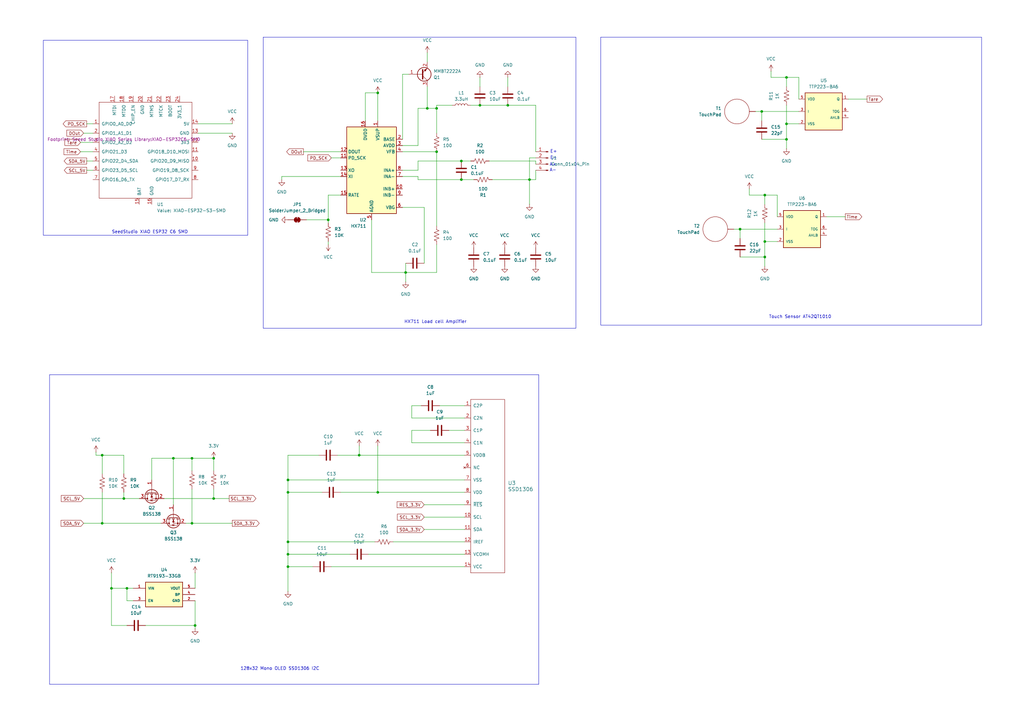
<source format=kicad_sch>
(kicad_sch (version 20250114) (generator "eeschema") (generator_version "9.0")
  (paper "A3")
  (title_block (title "Weighing Scale Schematic") (company "MeepDong"))
  (lib_symbols
    (symbol "0my_project:TouchPad" (pin_numbers (hide yes)) (pin_names (offset 1.016) (hide yes))
      (property "Reference" "T" (at -1.27 2.54 0))
      (property "Value" "TouchPad" (at 0 0 0))
      (symbol "TouchPad_0_1"
        (circle (center 0 0) (radius 5.08))
      )
      (symbol "TouchPad_1_1"
        (pin passive line (at -7.62 0 0) (length 2.54) (name "Pad") (number "1"))
      )
    )
    (symbol "Analog_ADC:HX711"
      (property "Reference" "U" (at 5.08 21.59 0))
      (property "Value" "HX711" (at 7.62 19.05 0))
      (symbol "HX711_0_1"
        (rectangle (start -10.16 17.78) (end 10.16 -17.78) (stroke (width 0.254)) (fill (type background)))
      )
      (symbol "HX711_1_1"
        (pin passive line (at -12.7 12.7 0) (length 2.54) (name "BASE") (number "2"))
        (pin power_in line (at -12.7 10.16 0) (length 2.54) (name "AVDD") (number "3"))
        (pin input line (at -12.7 7.62 0) (length 2.54) (name "VFB") (number "4"))
        (pin input line (at -12.7 0 0) (length 2.54) (name "INA+") (number "8"))
        (pin input line (at -12.7 -2.54 0) (length 2.54) (name "INA-") (number "7"))
        (pin input line (at -12.7 -7.62 0) (length 2.54) (name "INB+") (number "10"))
        (pin input line (at -12.7 -10.16 0) (length 2.54) (name "INB-") (number "9"))
        (pin passive line (at -12.7 -15.24 0) (length 2.54) (name "VBG") (number "6"))
        (pin power_in line (at -2.54 20.32 270) (length 2.54) (name "VSUP") (number "1"))
        (pin power_in line (at 0 -20.32 90) (length 2.54) (name "AGND") (number "5"))
        (pin power_in line (at 2.54 20.32 270) (length 2.54) (name "DVDD") (number "16"))
        (pin output line (at 12.7 7.62 180) (length 2.54) (name "DOUT") (number "12"))
        (pin input line (at 12.7 5.08 180) (length 2.54) (name "PD_SCK") (number "11"))
        (pin passive line (at 12.7 0 180) (length 2.54) (name "XO") (number "13"))
        (pin passive line (at 12.7 -2.54 180) (length 2.54) (name "XI") (number "14"))
        (pin input line (at 12.7 -10.16 180) (length 2.54) (name "RATE") (number "15"))
      )
    )
    (symbol "Connector:Conn_01x04_Pin" (pin_names (offset 1.016) (hide yes))
      (property "Reference" "J" (at 0 5.08 0))
      (property "Value" "Conn_01x04_Pin" (at 0 -7.62 0))
      (symbol "Conn_01x04_Pin_1_1"
        (rectangle (start 0.8636 2.667) (end 0 2.413) (stroke (width 0.1524)) (fill (type outline)))
        (rectangle (start 0.8636 0.127) (end 0 -0.127) (stroke (width 0.1524)) (fill (type outline)))
        (rectangle (start 0.8636 -2.413) (end 0 -2.667) (stroke (width 0.1524)) (fill (type outline)))
        (rectangle (start 0.8636 -4.953) (end 0 -5.207) (stroke (width 0.1524)) (fill (type outline)))
        (polyline (pts (xy 1.27 2.54) (xy 0.8636 2.54)) (stroke (width 0.1524)))
        (polyline (pts (xy 1.27 0) (xy 0.8636 0)) (stroke (width 0.1524)))
        (polyline (pts (xy 1.27 -2.54) (xy 0.8636 -2.54)) (stroke (width 0.1524)))
        (polyline (pts (xy 1.27 -5.08) (xy 0.8636 -5.08)) (stroke (width 0.1524)))
        (pin passive line (at 5.08 2.54 180) (length 3.81) (name "Pin_1") (number "1"))
        (pin passive line (at 5.08 0 180) (length 3.81) (name "Pin_2") (number "2"))
        (pin passive line (at 5.08 -2.54 180) (length 3.81) (name "Pin_3") (number "3"))
        (pin passive line (at 5.08 -5.08 180) (length 3.81) (name "Pin_4") (number "4"))
      )
    )
    (symbol "Device:C" (pin_numbers (hide yes)) (pin_names (offset 0.254))
      (property "Reference" "C" (at 0.635 2.54 0))
      (property "Value" "C" (at 0.635 -2.54 0))
      (symbol "C_0_1"
        (polyline (pts (xy -2.032 0.762) (xy 2.032 0.762)) (stroke (width 0.508)))
        (polyline (pts (xy -2.032 -0.762) (xy 2.032 -0.762)) (stroke (width 0.508)))
      )
      (symbol "C_1_1"
        (pin passive line (at 0 3.81 270) (length 2.794) (name "~") (number "1"))
        (pin passive line (at 0 -3.81 90) (length 2.794) (name "~") (number "2"))
      )
    )
    (symbol "Device:L" (pin_numbers (hide yes)) (pin_names (offset 1.016) (hide yes))
      (property "Reference" "L" (at -1.27 0 90))
      (property "Value" "L" (at 1.905 0 90))
      (symbol "L_0_1"
        (arc (start 0 2.54) (mid 0.6323 1.905) (end 0 1.27))
        (arc (start 0 1.27) (mid 0.6323 0.635) (end 0 0))
        (arc (start 0 0) (mid 0.6323 -0.635) (end 0 -1.27))
        (arc (start 0 -1.27) (mid 0.6323 -1.905) (end 0 -2.54))
      )
      (symbol "L_1_1"
        (pin passive line (at 0 3.81 270) (length 1.27) (name "1") (number "1"))
        (pin passive line (at 0 -3.81 90) (length 1.27) (name "2") (number "2"))
      )
    )
    (symbol "Device:R_US" (pin_numbers (hide yes)) (pin_names (offset 0))
      (property "Reference" "R" (at 2.54 0 90))
      (property "Value" "R_US" (at -2.54 0 90))
      (symbol "R_US_0_1"
        (polyline (pts (xy 0 2.286) (xy 0 2.54)))
        (polyline (pts (xy 0 2.286) (xy 1.016 1.905) (xy 0 1.524) (xy -1.016 1.143) (xy 0 0.762)))
        (polyline (pts (xy 0 0.762) (xy 1.016 0.381) (xy 0 0) (xy -1.016 -0.381) (xy 0 -0.762)))
        (polyline (pts (xy 0 -0.762) (xy 1.016 -1.143) (xy 0 -1.524) (xy -1.016 -1.905) (xy 0 -2.286)))
        (polyline (pts (xy 0 -2.286) (xy 0 -2.54)))
      )
      (symbol "R_US_1_1"
        (pin passive line (at 0 3.81 270) (length 1.27) (name "~") (number "1"))
        (pin passive line (at 0 -3.81 90) (length 1.27) (name "~") (number "2"))
      )
    )
    (symbol "Jumper:SolderJumper_2_Bridged" (pin_numbers (hide yes)) (pin_names (offset 0) (hide yes)) (in_bom no)
      (property "Reference" "JP" (at 0 2.032 0))
      (property "Value" "SolderJumper_2_Bridged" (at 0 -2.54 0))
      (symbol "SolderJumper_2_Bridged_0_1"
        (rectangle (start -0.508 0.508) (end 0.508 -0.508) (fill (type outline)))
        (polyline (pts (xy -0.254 1.016) (xy -0.254 -1.016)))
        (arc (start -0.254 -1.016) (mid -1.2656 0) (end -0.254 1.016))
        (arc (start -0.254 -1.016) (mid -1.2656 0) (end -0.254 1.016) (fill (type outline)))
        (arc (start 0.254 1.016) (mid 1.2656 0) (end 0.254 -1.016))
        (arc (start 0.254 1.016) (mid 1.2656 0) (end 0.254 -1.016) (fill (type outline)))
        (polyline (pts (xy 0.254 1.016) (xy 0.254 -1.016)))
      )
      (symbol "SolderJumper_2_Bridged_1_1"
        (pin passive line (at -3.81 0 0) (length 2.54) (name "A") (number "1"))
        (pin passive line (at 3.81 0 180) (length 2.54) (name "B") (number "2"))
      )
    )
    (symbol "RT9193-33GB:RT9193-33GB" (pin_names (offset 1.016))
      (property "Reference" "U" (at -6.3582 6.3582 0))
      (property "Value" "RT9193-33GB" (at -6.3733 -8.9227 0))
      (symbol "RT9193-33GB_0_0"
        (rectangle (start -7.62 -5.08) (end 7.62 5.08) (stroke (width 0.254)) (fill (type background)))
        (pin input line (at -12.7 2.54 0) (length 5.08) (name "VIN") (number "1"))
        (pin input line (at -12.7 -2.54 0) (length 5.08) (name "EN") (number "3"))
        (pin output line (at 12.7 2.54 180) (length 5.08) (name "VOUT") (number "5"))
        (pin passive line (at 12.7 0 180) (length 5.08) (name "BP") (number "4"))
        (pin power_in line (at 12.7 -2.54 180) (length 5.08) (name "GND") (number "2"))
      )
    )
    (symbol "SSD1306_OLED-0.91-128x32:SSD1306" (pin_names (offset 1.016))
      (property "Reference" "U" (at 34.29 15.24 0))
      (property "Value" "SSD1306" (at -34.29 15.24 0))
      (symbol "SSD1306_0_1"
        (rectangle (start -35.56 16.51) (end 35.56 2.54))
      )
      (symbol "SSD1306_1_1"
        (pin input line (at -33.02 0 90) (length 2.54) (name "C2P") (number "1"))
        (pin input line (at -27.94 0 90) (length 2.54) (name "C2N") (number "2"))
        (pin input line (at -22.86 0 90) (length 2.54) (name "C1P") (number "3"))
        (pin input line (at -17.78 0 90) (length 2.54) (name "C1N") (number "4"))
        (pin input line (at -12.7 0 90) (length 2.54) (name "VDDB") (number "5"))
        (pin no_connect line (at -7.62 0 90) (length 2.54) (name "NC") (number "6"))
        (pin output line (at -2.54 0 90) (length 2.54) (name "VSS") (number "7"))
        (pin input line (at 2.54 0 90) (length 2.54) (name "VDD") (number "8"))
        (pin input line (at 7.62 0 90) (length 2.54) (name "~{RES}") (number "9"))
        (pin input line (at 12.7 0 90) (length 2.54) (name "SCL") (number "10"))
        (pin input line (at 17.78 0 90) (length 2.54) (name "SDA") (number "11"))
        (pin input line (at 22.86 0 90) (length 2.54) (name "IREF") (number "12"))
        (pin input line (at 27.94 0 90) (length 2.54) (name "VCOMH") (number "13"))
        (pin input line (at 33.02 0 90) (length 2.54) (name "VCC") (number "14"))
      )
    )
    (symbol "Seeed_Studio_XIAO_Series:XIAO-ESP32-C6-SMD" (pin_names (offset 1.016))
      (property "Reference" "U" (at -18.542 23.114 0))
      (property "Value" "XIAO-ESP32-S3-SMD" (at -8.382 21.336 0))
      (symbol "XIAO-ESP32-C6-SMD_0_1"
        (rectangle (start 19.05 -19.05) (end -19.05 20.32))
      )
      (symbol "XIAO-ESP32-C6-SMD_1_1"
        (pin passive line (at -21.59 11.43 0) (length 2.54) (name "GPIO0_A0_D0") (number "1"))
        (pin passive line (at -21.59 7.62 0) (length 2.54) (name "GPIO1_A1_D1") (number "2"))
        (pin passive line (at -21.59 3.81 0) (length 2.54) (name "GPIO2_A2_D2") (number "3"))
        (pin passive line (at -21.59 0 0) (length 2.54) (name "GPIO21_D3") (number "4"))
        (pin passive line (at -21.59 -3.81 0) (length 2.54) (name "GPIO22_D4_SDA") (number "5"))
        (pin passive line (at -21.59 -7.62 0) (length 2.54) (name "GPIO23_D5_SCL") (number "6"))
        (pin passive line (at -21.59 -11.43 0) (length 2.54) (name "GPIO16_D6_TX") (number "7"))
        (pin passive line (at -12.7 22.86 270) (length 2.54) (name "MTDI") (number "17"))
        (pin passive line (at -8.89 22.86 270) (length 2.54) (name "MTDO") (number "18"))
        (pin passive line (at -5.08 22.86 270) (length 2.54) (name "CHIP_EN") (number "19"))
        (pin passive line (at -2.54 -21.59 90) (length 2.54) (name "BAT") (number "15"))
        (pin passive line (at -1.27 22.86 270) (length 2.54) (name "GND") (number "20"))
        (pin passive line (at 2.54 22.86 270) (length 2.54) (name "MTMS") (number "21"))
        (pin passive line (at 2.54 -21.59 90) (length 2.54) (name "GND") (number "16"))
        (pin passive line (at 6.35 22.86 270) (length 2.54) (name "MTCK") (number "22"))
        (pin passive line (at 10.16 22.86 270) (length 2.54) (name "BOOT") (number "23"))
        (pin passive line (at 13.97 22.86 270) (length 2.54) (name "3V3_1") (number "24"))
        (pin passive line (at 21.59 11.43 180) (length 2.54) (name "5V") (number "14"))
        (pin passive line (at 21.59 7.62 180) (length 2.54) (name "GND") (number "13"))
        (pin passive line (at 21.59 3.81 180) (length 2.54) (name "3V3") (number "12"))
        (pin passive line (at 21.59 0 180) (length 2.54) (name "GPIO18_D10_MOSI") (number "11"))
        (pin passive line (at 21.59 -3.81 180) (length 2.54) (name "GPIO20_D9_MISO") (number "10"))
        (pin passive line (at 21.59 -7.62 180) (length 2.54) (name "GPIO19_D8_SCK") (number "9"))
        (pin passive line (at 21.59 -11.43 180) (length 2.54) (name "GPIO17_D7_RX") (number "8"))
      )
    )
    (symbol "TTP223-BA6:TTP223-BA6" (pin_names (offset 1.016))
      (property "Reference" "U" (at -7.62 8.128 0))
      (property "Value" "TTP223-BA6" (at -7.62 -9.906 0))
      (symbol "TTP223-BA6_0_0"
        (rectangle (start -7.62 -7.62) (end 7.62 7.62) (stroke (width 0.254)) (fill (type background)))
        (pin power_in line (at -10.16 5.08 0) (length 2.54) (name "VDD") (number "5"))
        (pin bidirectional line (at -10.16 0 0) (length 2.54) (name "I") (number "3"))
        (pin power_in line (at -10.16 -5.08 0) (length 2.54) (name "VSS") (number "2"))
        (pin output line (at 10.16 5.08 180) (length 2.54) (name "Q") (number "1"))
        (pin input line (at 10.16 0 180) (length 2.54) (name "TOG") (number "6"))
        (pin input line (at 10.16 -2.54 180) (length 2.54) (name "AHLB") (number "4"))
      )
    )
    (symbol "Transistor_BJT:MMBT2222A" (pin_names (offset 0) (hide yes))
      (property "Reference" "Q" (at 5.08 1.905 0))
      (property "Value" "MMBT2222A" (at 5.08 0 0))
      (symbol "MMBT2222A_0_1"
        (polyline (pts (xy -2.54 0) (xy 0.635 0)))
        (polyline (pts (xy 0.635 1.905) (xy 0.635 -1.905)) (stroke (width 0.508)))
        (circle (center 1.27 0) (radius 2.8194) (stroke (width 0.254)))
      )
      (symbol "MMBT2222A_1_1"
        (polyline (pts (xy 0.635 0.635) (xy 2.54 2.54)))
        (polyline (pts (xy 0.635 -0.635) (xy 2.54 -2.54)))
        (polyline (pts (xy 1.27 -1.778) (xy 1.778 -1.27) (xy 2.286 -2.286) (xy 1.27 -1.778)) (fill (type outline)))
        (pin input line (at -5.08 0 0) (length 2.54) (name "B") (number "1"))
        (pin passive line (at 2.54 5.08 270) (length 2.54) (name "C") (number "3"))
        (pin passive line (at 2.54 -5.08 90) (length 2.54) (name "E") (number "2"))
      )
    )
    (symbol "Transistor_FET:BSS138" (pin_names (offset 0) (hide yes))
      (property "Reference" "Q" (at 5.08 1.905 0))
      (property "Value" "BSS138" (at 5.08 0 0))
      (symbol "BSS138_0_1"
        (polyline (pts (xy 0.254 1.905) (xy 0.254 -1.905)) (stroke (width 0.254)))
        (polyline (pts (xy 0.254 0) (xy -2.54 0)))
        (polyline (pts (xy 0.762 2.286) (xy 0.762 1.27)) (stroke (width 0.254)))
        (polyline (pts (xy 0.762 0.508) (xy 0.762 -0.508)) (stroke (width 0.254)))
        (polyline (pts (xy 0.762 -1.27) (xy 0.762 -2.286)) (stroke (width 0.254)))
        (polyline (pts (xy 0.762 -1.778) (xy 3.302 -1.778) (xy 3.302 1.778) (xy 0.762 1.778)))
        (polyline (pts (xy 1.016 0) (xy 2.032 0.381) (xy 2.032 -0.381) (xy 1.016 0)) (fill (type outline)))
        (circle (center 1.651 0) (radius 2.794) (stroke (width 0.254)))
        (polyline (pts (xy 2.54 2.54) (xy 2.54 1.778)))
        (circle (center 2.54 1.778) (radius 0.254) (fill (type outline)))
        (circle (center 2.54 -1.778) (radius 0.254) (fill (type outline)))
        (polyline (pts (xy 2.54 -2.54) (xy 2.54 0) (xy 0.762 0)))
        (polyline (pts (xy 2.921 0.381) (xy 3.683 0.381)))
        (polyline (pts (xy 3.302 0.381) (xy 2.921 -0.254) (xy 3.683 -0.254) (xy 3.302 0.381)))
      )
      (symbol "BSS138_1_1"
        (pin input line (at -5.08 0 0) (length 2.54) (name "G") (number "1"))
        (pin passive line (at 2.54 5.08 270) (length 2.54) (name "D") (number "3"))
        (pin passive line (at 2.54 -5.08 90) (length 2.54) (name "S") (number "2"))
      )
    )
    (symbol "power:GND" (power) (pin_numbers (hide yes)) (pin_names (offset 0) (hide yes))
      (property "Value" "GND" (at 0 -3.81 0))
      (symbol "GND_0_1"
        (polyline (pts (xy 0 0) (xy 0 -1.27) (xy 1.27 -1.27) (xy 0 -2.54) (xy -1.27 -1.27) (xy 0 -1.27)))
      )
      (symbol "GND_1_1"
        (pin power_in line (at 0 0 270) (length 0) (name "~") (number "1"))
      )
    )
    (symbol "power:VCC" (power) (pin_numbers (hide yes)) (pin_names (offset 0) (hide yes))
      (property "Value" "VCC" (at 0 3.556 0))
      (symbol "VCC_0_1"
        (polyline (pts (xy -0.762 1.27) (xy 0 2.54)))
        (polyline (pts (xy 0 2.54) (xy 0.762 1.27)))
        (polyline (pts (xy 0 0) (xy 0 2.54)))
      )
      (symbol "VCC_1_1"
        (pin power_in line (at 0 0 90) (length 0) (name "~") (number "1"))
      )
    )
  )
  (rectangle (start 17.78 16.51) (end 101.6 96.52))
  (rectangle (start 246.38 15.24) (end 402.59 133.35))
  (rectangle (start 107.95 15.24) (end 236.22 134.62))
  (rectangle (start 20.32 153.67) (end 220.98 280.67))
  (text "HX711 Load cell Amplifier " (at 179.07 132.08 0) (effects (font (size 1.27 1.27))))
  (text "A+\n\n" (at 226.822 68.58 0) (effects (font (size 1.27 1.27))))
  (text "SeedStudio XIAO ESP32 C6 SMD\n" (at 61.468 95.25 0) (effects (font (size 1.27 1.27))))
  (text "E-\n" (at 227.076 64.77 0) (effects (font (size 1.27 1.27))))
  (text "E+" (at 227.076 62.23 0) (effects (font (size 1.27 1.27))))
  (text "Touch Sensor AT42QT1010\n" (at 328.168 130.048 0) (effects (font (size 1.27 1.27))))
  (text "128x32 Mono OLED SSD1306 I2C\n" (at 114.808 274.32 0) (effects (font (size 1.27 1.27))))
  (text "A-" (at 226.822 69.85 0) (effects (font (size 1.27 1.27))))
  (junction (at 154.94 38.1))
  (junction (at 78.74 187.96))
  (junction (at 118.11 201.93))
  (junction (at 303.53 93.98))
  (junction (at 50.8 204.47))
  (junction (at 78.74 214.63))
  (junction (at 322.58 50.8))
  (junction (at 322.58 57.15))
  (junction (at 87.63 204.47))
  (junction (at 118.11 196.85))
  (junction (at 118.11 232.41))
  (junction (at 118.11 227.33))
  (junction (at 52.07 241.3))
  (junction (at 217.17 73.66))
  (junction (at 87.63 187.96))
  (junction (at 313.69 105.41))
  (junction (at 80.01 256.54))
  (junction (at 118.11 222.25))
  (junction (at 154.94 201.93))
  (junction (at 189.23 73.66))
  (junction (at 208.28 43.18))
  (junction (at 147.32 186.69))
  (junction (at 71.12 187.96))
  (junction (at 313.69 99.06))
  (junction (at 45.72 241.3))
  (junction (at 134.62 90.17))
  (junction (at 312.42 45.72))
  (junction (at 313.69 80.01))
  (junction (at 41.91 214.63))
  (junction (at 179.07 62.23))
  (junction (at 189.23 66.04))
  (junction (at 166.37 111.76))
  (junction (at 179.07 44.45))
  (junction (at 196.85 43.18))
  (junction (at 175.26 44.45))
  (junction (at 322.58 31.75))
  (junction (at 41.91 186.69))
  (wire (pts (xy 151.13 227.33) (xy 190.5 227.33)))
  (wire (pts (xy 208.28 43.18) (xy 219.71 43.18)))
  (wire (pts (xy 171.45 66.04) (xy 189.23 66.04)))
  (wire (pts (xy 34.29 214.63) (xy 41.91 214.63)))
  (wire (pts (xy 80.01 234.95) (xy 80.01 241.3)))
  (wire (pts (xy 179.07 100.33) (xy 179.07 111.76)))
  (wire (pts (xy 313.69 80.01) (xy 307.34 80.01)))
  (wire (pts (xy 313.69 80.01) (xy 313.69 83.82)))
  (wire (pts (xy 52.07 246.38) (xy 52.07 241.3)))
  (wire (pts (xy 322.58 50.8) (xy 322.58 57.15)))
  (wire (pts (xy 168.91 166.37) (xy 172.72 166.37)))
  (wire (pts (xy 33.02 58.42) (xy 38.1 58.42)))
  (wire (pts (xy 318.77 80.01) (xy 313.69 80.01)))
  (wire (pts (xy 45.72 256.54) (xy 45.72 241.3)))
  (wire (pts (xy 179.07 62.23) (xy 165.1 62.23)))
  (wire (pts (xy 80.01 256.54) (xy 80.01 257.81)))
  (wire (pts (xy 139.7 80.01) (xy 134.62 80.01)))
  (wire (pts (xy 312.42 45.72) (xy 312.42 49.53)))
  (wire (pts (xy 118.11 227.33) (xy 143.51 227.33)))
  (wire (pts (xy 35.56 50.8) (xy 38.1 50.8)))
  (wire (pts (xy 118.11 196.85) (xy 190.5 196.85)))
  (wire (pts (xy 45.72 241.3) (xy 52.07 241.3)))
  (wire (pts (xy 307.34 80.01) (xy 307.34 77.47)))
  (wire (pts (xy 179.07 92.71) (xy 179.07 62.23)))
  (wire (pts (xy 196.85 43.18) (xy 208.28 43.18)))
  (wire (pts (xy 219.71 43.18) (xy 219.71 62.23)))
  (wire (pts (xy 165.1 57.15) (xy 165.1 30.48)))
  (wire (pts (xy 135.89 232.41) (xy 190.5 232.41)))
  (wire (pts (xy 322.58 43.18) (xy 322.58 50.8)))
  (wire (pts (xy 118.11 196.85) (xy 118.11 201.93)))
  (wire (pts (xy 300.99 93.98) (xy 303.53 93.98)))
  (wire (pts (xy 219.71 64.77) (xy 217.17 64.77)))
  (wire (pts (xy 179.07 111.76) (xy 166.37 111.76)))
  (wire (pts (xy 71.12 187.96) (xy 78.74 187.96)))
  (wire (pts (xy 166.37 107.95) (xy 166.37 111.76)))
  (wire (pts (xy 78.74 214.63) (xy 76.2 214.63)))
  (wire (pts (xy 175.26 21.59) (xy 175.26 25.4)))
  (wire (pts (xy 152.4 90.17) (xy 152.4 111.76)))
  (wire (pts (xy 71.12 187.96) (xy 62.23 187.96)))
  (wire (pts (xy 80.01 246.38) (xy 80.01 256.54)))
  (wire (pts (xy 219.71 73.66) (xy 219.71 69.85)))
  (wire (pts (xy 179.07 44.45) (xy 179.07 54.61)))
  (wire (pts (xy 173.99 207.01) (xy 190.5 207.01)))
  (wire (pts (xy 34.29 204.47) (xy 50.8 204.47)))
  (wire (pts (xy 124.46 62.23) (xy 139.7 62.23)))
  (wire (pts (xy 118.11 201.93) (xy 118.11 222.25)))
  (wire (pts (xy 78.74 200.66) (xy 78.74 214.63)))
  (wire (pts (xy 327.66 31.75) (xy 322.58 31.75)))
  (wire (pts (xy 152.4 111.76) (xy 166.37 111.76)))
  (wire (pts (xy 168.91 166.37) (xy 168.91 171.45)))
  (wire (pts (xy 189.23 73.66) (xy 194.31 73.66)))
  (wire (pts (xy 200.66 66.04) (xy 219.71 66.04)))
  (wire (pts (xy 139.7 72.39) (xy 115.57 72.39)))
  (wire (pts (xy 173.99 85.09) (xy 165.1 85.09)))
  (wire (pts (xy 62.23 187.96) (xy 62.23 196.85)))
  (wire (pts (xy 33.02 62.23) (xy 38.1 62.23)))
  (wire (pts (xy 166.37 111.76) (xy 166.37 115.57)))
  (wire (pts (xy 189.23 66.04) (xy 193.04 66.04)))
  (wire (pts (xy 147.32 186.69) (xy 190.5 186.69)))
  (wire (pts (xy 154.94 201.93) (xy 139.7 201.93)))
  (wire (pts (xy 118.11 232.41) (xy 128.27 232.41)))
  (wire (pts (xy 118.11 232.41) (xy 118.11 242.57)))
  (wire (pts (xy 171.45 44.45) (xy 175.26 44.45)))
  (wire (pts (xy 52.07 241.3) (xy 54.61 241.3)))
  (wire (pts (xy 168.91 171.45) (xy 190.5 171.45)))
  (wire (pts (xy 35.56 69.85) (xy 38.1 69.85)))
  (wire (pts (xy 118.11 186.69) (xy 118.11 196.85)))
  (wire (pts (xy 318.77 80.01) (xy 318.77 88.9)))
  (wire (pts (xy 196.85 31.75) (xy 196.85 35.56)))
  (wire (pts (xy 327.66 50.8) (xy 322.58 50.8)))
  (wire (pts (xy 118.11 222.25) (xy 118.11 227.33)))
  (wire (pts (xy 217.17 73.66) (xy 201.93 73.66)))
  (wire (pts (xy 41.91 214.63) (xy 66.04 214.63)))
  (wire (pts (xy 87.63 187.96) (xy 78.74 187.96)))
  (wire (pts (xy 149.86 38.1) (xy 149.86 49.53)))
  (wire (pts (xy 179.07 43.18) (xy 179.07 44.45)))
  (wire (pts (xy 208.28 31.75) (xy 208.28 35.56)))
  (wire (pts (xy 165.1 72.39) (xy 171.45 72.39)))
  (wire (pts (xy 54.61 246.38) (xy 52.07 246.38)))
  (wire (pts (xy 87.63 187.96) (xy 87.63 193.04)))
  (wire (pts (xy 171.45 73.66) (xy 189.23 73.66)))
  (wire (pts (xy 327.66 31.75) (xy 327.66 40.64)))
  (wire (pts (xy 316.23 31.75) (xy 316.23 29.21)))
  (wire (pts (xy 95.25 214.63) (xy 78.74 214.63)))
  (wire (pts (xy 339.09 88.9) (xy 346.71 88.9)))
  (wire (pts (xy 217.17 64.77) (xy 217.17 73.66)))
  (wire (pts (xy 176.53 176.53) (xy 168.91 176.53)))
  (wire (pts (xy 154.94 49.53) (xy 154.94 38.1)))
  (wire (pts (xy 154.94 182.88) (xy 154.94 201.93)))
  (wire (pts (xy 173.99 212.09) (xy 190.5 212.09)))
  (wire (pts (xy 322.58 31.75) (xy 322.58 35.56)))
  (wire (pts (xy 50.8 204.47) (xy 57.15 204.47)))
  (wire (pts (xy 147.32 182.88) (xy 147.32 186.69)))
  (wire (pts (xy 59.69 256.54) (xy 80.01 256.54)))
  (wire (pts (xy 173.99 217.17) (xy 190.5 217.17)))
  (wire (pts (xy 193.04 43.18) (xy 196.85 43.18)))
  (wire (pts (xy 41.91 186.69) (xy 50.8 186.69)))
  (wire (pts (xy 217.17 73.66) (xy 219.71 73.66)))
  (wire (pts (xy 322.58 57.15) (xy 322.58 60.96)))
  (wire (pts (xy 134.62 99.06) (xy 134.62 100.33)))
  (wire (pts (xy 41.91 201.93) (xy 41.91 214.63)))
  (wire (pts (xy 115.57 72.39) (xy 115.57 73.66)))
  (wire (pts (xy 303.53 105.41) (xy 313.69 105.41)))
  (wire (pts (xy 165.1 69.85) (xy 171.45 69.85)))
  (wire (pts (xy 347.98 40.64) (xy 355.6 40.64)))
  (wire (pts (xy 39.37 186.69) (xy 41.91 186.69)))
  (wire (pts (xy 168.91 176.53) (xy 168.91 181.61)))
  (wire (pts (xy 118.11 222.25) (xy 153.67 222.25)))
  (wire (pts (xy 175.26 35.56) (xy 175.26 44.45)))
  (wire (pts (xy 138.43 186.69) (xy 147.32 186.69)))
  (wire (pts (xy 184.15 176.53) (xy 190.5 176.53)))
  (wire (pts (xy 71.12 187.96) (xy 71.12 207.01)))
  (wire (pts (xy 313.69 91.44) (xy 313.69 99.06)))
  (wire (pts (xy 312.42 45.72) (xy 327.66 45.72)))
  (wire (pts (xy 165.1 30.48) (xy 167.64 30.48)))
  (wire (pts (xy 312.42 57.15) (xy 322.58 57.15)))
  (wire (pts (xy 50.8 201.93) (xy 50.8 204.47)))
  (wire (pts (xy 41.91 194.31) (xy 41.91 186.69)))
  (wire (pts (xy 87.63 204.47) (xy 93.98 204.47)))
  (wire (pts (xy 180.34 166.37) (xy 190.5 166.37)))
  (wire (pts (xy 78.74 187.96) (xy 78.74 193.04)))
  (wire (pts (xy 87.63 200.66) (xy 87.63 204.47)))
  (wire (pts (xy 175.26 44.45) (xy 179.07 44.45)))
  (wire (pts (xy 219.71 66.04) (xy 219.71 67.31)))
  (wire (pts (xy 171.45 59.69) (xy 165.1 59.69)))
  (wire (pts (xy 67.31 204.47) (xy 87.63 204.47)))
  (wire (pts (xy 171.45 69.85) (xy 171.45 66.04)))
  (wire (pts (xy 135.89 64.77) (xy 139.7 64.77)))
  (wire (pts (xy 118.11 227.33) (xy 118.11 232.41)))
  (wire (pts (xy 39.37 185.42) (xy 39.37 186.69)))
  (wire (pts (xy 50.8 194.31) (xy 50.8 186.69)))
  (wire (pts (xy 303.53 93.98) (xy 303.53 97.79)))
  (wire (pts (xy 309.88 45.72) (xy 312.42 45.72)))
  (wire (pts (xy 313.69 105.41) (xy 313.69 109.22)))
  (wire (pts (xy 34.29 54.61) (xy 38.1 54.61)))
  (wire (pts (xy 303.53 93.98) (xy 318.77 93.98)))
  (wire (pts (xy 130.81 186.69) (xy 118.11 186.69)))
  (wire (pts (xy 134.62 90.17) (xy 134.62 91.44)))
  (wire (pts (xy 118.11 201.93) (xy 132.08 201.93)))
  (wire (pts (xy 125.73 90.17) (xy 134.62 90.17)))
  (wire (pts (xy 179.07 43.18) (xy 185.42 43.18)))
  (wire (pts (xy 313.69 99.06) (xy 313.69 105.41)))
  (wire (pts (xy 318.77 99.06) (xy 313.69 99.06)))
  (wire (pts (xy 171.45 44.45) (xy 171.45 59.69)))
  (wire (pts (xy 45.72 234.95) (xy 45.72 241.3)))
  (wire (pts (xy 134.62 80.01) (xy 134.62 90.17)))
  (wire (pts (xy 149.86 38.1) (xy 154.94 38.1)))
  (wire (pts (xy 190.5 201.93) (xy 154.94 201.93)))
  (wire (pts (xy 217.17 73.66) (xy 217.17 83.82)))
  (wire (pts (xy 173.99 107.95) (xy 173.99 85.09)))
  (wire (pts (xy 81.28 54.61) (xy 95.25 54.61)))
  (wire (pts (xy 168.91 181.61) (xy 190.5 181.61)))
  (wire (pts (xy 161.29 222.25) (xy 190.5 222.25)))
  (wire (pts (xy 35.56 66.04) (xy 38.1 66.04)))
  (wire (pts (xy 52.07 256.54) (xy 45.72 256.54)))
  (wire (pts (xy 81.28 50.8) (xy 95.25 50.8)))
  (wire (pts (xy 322.58 31.75) (xy 316.23 31.75)))
  (wire (pts (xy 171.45 72.39) (xy 171.45 73.66)))
  (global_label "SDA_5V" (shape output) (at 35.56 66.04 180) (property "Intersheetrefs" "${INTERSHEET_REFS}" (effects (hide yes))))
  (global_label "SCL_5V" (shape input) (at 34.29 204.47 180) (property "Intersheetrefs" "${INTERSHEET_REFS}" (effects (hide yes))))
  (global_label "DOut" (shape input) (at 34.29 54.61 180) (property "Intersheetrefs" "${INTERSHEET_REFS}" (effects (hide yes))))
  (global_label "SCL_5V" (shape output) (at 35.56 69.85 180) (property "Intersheetrefs" "${INTERSHEET_REFS}" (effects (hide yes))))
  (global_label "Time" (shape output) (at 346.71 88.9 0) (property "Intersheetrefs" "${INTERSHEET_REFS}" (effects (hide yes))))
  (global_label "SDA_5V" (shape input) (at 34.29 214.63 180) (property "Intersheetrefs" "${INTERSHEET_REFS}" (effects (hide yes))))
  (global_label "SDA_3.3V" (shape input) (at 173.99 217.17 180) (property "Intersheetrefs" "${INTERSHEET_REFS}" (effects (hide yes))))
  (global_label "SCL_3.3V" (shape input) (at 173.99 212.09 180) (property "Intersheetrefs" "${INTERSHEET_REFS}" (effects (hide yes))))
  (global_label "SDA_3.3V" (shape output) (at 95.25 214.63 0) (property "Intersheetrefs" "${INTERSHEET_REFS}" (effects (hide yes))))
  (global_label "Time" (shape input) (at 33.02 62.23 180) (property "Intersheetrefs" "${INTERSHEET_REFS}" (effects (hide yes))))
  (global_label "PD_SCK" (shape output) (at 35.56 50.8 180) (property "Intersheetrefs" "${INTERSHEET_REFS}" (effects (hide yes))))
  (global_label "RES_3.3V" (shape input) (at 173.99 207.01 180) (property "Intersheetrefs" "${INTERSHEET_REFS}" (effects (hide yes))))
  (global_label "PD_SCK" (shape input) (at 135.89 64.77 180) (property "Intersheetrefs" "${INTERSHEET_REFS}" (effects (hide yes))))
  (global_label "DOut" (shape output) (at 124.46 62.23 180) (property "Intersheetrefs" "${INTERSHEET_REFS}" (effects (hide yes))))
  (global_label "SCL_3.3V" (shape output) (at 93.98 204.47 0) (property "Intersheetrefs" "${INTERSHEET_REFS}" (effects (hide yes))))
  (global_label "Tare" (shape input) (at 33.02 58.42 180) (property "Intersheetrefs" "${INTERSHEET_REFS}" (effects (hide yes))))
  (global_label "Tare" (shape output) (at 355.6 40.64 0) (property "Intersheetrefs" "${INTERSHEET_REFS}" (effects (hide yes))))
  (symbol (lib_id "Device:R_US") (at 322.58 39.37 0) (unit 1)
    (property "Reference" "R11" (at 316.23 39.37 90))
    (property "Value" "1K" (at 318.77 39.37 90))
    (property "Footprint" "Resistor_SMD:R_0402_1005Metric" (effects (hide yes)))
    (property "Description" "Resistor, US symbol" (effects (hide yes)))
  )
  (symbol (lib_id "power:GND") (at 194.31 109.22 0) (unit 1)
    (property "Reference" "#PWR012" (effects (hide yes)))
    (property "Value" "GND" (at 194.31 114.3 0))
    (property "Description" "Power symbol creates a global label with name \"GND\" , ground" (effects (hide yes)))
  )
  (symbol (lib_id "power:VCC") (at 134.62 100.33 180) (unit 1)
    (property "Reference" "#PWR05" (effects (hide yes)))
    (property "Value" "VCC" (at 134.62 105.41 0))
    (property "Description" "Power symbol creates a global label with name \"VCC\"" (effects (hide yes)))
  )
  (symbol (lib_id "power:VCC") (at 154.94 38.1 0) (mirror y) (unit 1)
    (property "Reference" "#PWR01" (effects (hide yes)))
    (property "Value" "VCC" (at 154.94 33.02 0))
    (property "Description" "Power symbol creates a global label with name \"VCC\"" (effects (hide yes)))
  )
  (symbol (lib_id "Device:C") (at 303.53 101.6 0) (unit 1)
    (property "Reference" "C16" (at 307.34 100.3299 0) (effects (justify left)))
    (property "Value" "22pF" (at 307.34 102.87 0) (effects (justify left)))
    (property "Footprint" "Capacitor_SMD:C_0402_1005Metric" (effects (hide yes)))
    (property "Description" "Unpolarized capacitor" (effects (hide yes)))
  )
  (symbol (lib_id "Device:C") (at 135.89 201.93 90) (unit 1)
    (property "Reference" "C13" (at 135.89 194.31 90))
    (property "Value" "1uF" (at 135.89 196.85 90))
    (property "Footprint" "Capacitor_SMD:C_0402_1005Metric" (effects (hide yes)))
    (property "Description" "Unpolarized capacitor" (effects (hide yes)))
  )
  (symbol (lib_id "Device:R_US") (at 198.12 73.66 270) (mirror x) (unit 1)
    (property "Reference" "R1" (at 198.12 80.01 90))
    (property "Value" "100" (at 198.12 77.47 90))
    (property "Footprint" "Resistor_SMD:R_0402_1005Metric" (effects (hide yes)))
    (property "Description" "Resistor, US symbol" (effects (hide yes)))
  )
  (symbol (lib_id "Device:L") (at 189.23 43.18 90) (unit 1)
    (property "Reference" "L1" (at 189.23 38.1 90))
    (property "Value" "3.3uH" (at 189.23 40.64 90))
    (property "Footprint" "Inductor_SMD:L_Coilcraft_XxL4040" (effects (hide yes)))
    (property "Description" "Inductor" (effects (hide yes)))
  )
  (symbol (lib_id "Device:R_US") (at 179.07 96.52 0) (unit 1)
    (property "Reference" "R4" (at 181.61 95.2499 0) (effects (justify left)))
    (property "Value" "100" (at 181.61 97.7899 0) (effects (justify left)))
    (property "Footprint" "Resistor_SMD:R_0402_1005Metric" (effects (hide yes)))
    (property "Description" "Resistor, US symbol" (effects (hide yes)))
  )
  (symbol (lib_id "Device:C") (at 170.18 107.95 90) (unit 1)
    (property "Reference" "C2" (at 170.18 100.33 90))
    (property "Value" "0.1uF" (at 170.18 102.87 90))
    (property "Footprint" "Capacitor_SMD:C_0402_1005Metric" (effects (hide yes)))
    (property "Description" "Unpolarized capacitor" (effects (hide yes)))
  )
  (symbol (lib_id "Jumper:SolderJumper_2_Bridged") (at 121.92 90.17 0) (unit 1) (in_bom no)
    (property "Reference" "JP1" (at 121.92 83.82 0))
    (property "Value" "SolderJumper_2_Bridged" (at 121.92 86.36 0))
    (property "Description" "Solder Jumper, 2-pole, closed/bridged" (effects (hide yes)))
  )
  (symbol (lib_id "Device:C") (at 176.53 166.37 90) (unit 1)
    (property "Reference" "C8" (at 176.53 158.75 90))
    (property "Value" "1uF" (at 176.53 161.29 90))
    (property "Footprint" "Capacitor_SMD:C_0402_1005Metric" (effects (hide yes)))
    (property "Description" "Unpolarized capacitor" (effects (hide yes)))
  )
  (symbol (lib_id "Device:R_US") (at 179.07 58.42 0) (unit 1)
    (property "Reference" "R5" (at 181.61 57.1499 0) (effects (justify left)))
    (property "Value" "100" (at 181.61 59.6899 0) (effects (justify left)))
    (property "Footprint" "Resistor_SMD:R_0402_1005Metric" (effects (hide yes)))
    (property "Description" "Resistor, US symbol" (effects (hide yes)))
  )
  (symbol (lib_id "Device:C") (at 147.32 227.33 90) (unit 1)
    (property "Reference" "C12" (at 147.32 219.71 90))
    (property "Value" "10uF" (at 147.32 222.25 90))
    (property "Footprint" "Capacitor_SMD:C_0402_1005Metric" (effects (hide yes)))
    (property "Description" "Unpolarized capacitor" (effects (hide yes)))
  )
  (symbol (lib_id "Seeed_Studio_XIAO_Series:XIAO-ESP32-C6-SMD") (at 59.69 62.23 0) (unit 1)
    (property "Reference" "U1" (at 64.3733 83.82 0) (effects (justify left)))
    (property "Value" "XIAO-ESP32-S3-SMD" (at 64.3733 86.36 0) (show_name yes) (effects (justify left)))
    (property "Footprint" "Seeed Studio XIAO Series Library:XIAO-ESP32C6-SMD" (at 50.8 57.15 0) (show_name yes))
  )
  (symbol (lib_id "Transistor_FET:BSS138") (at 71.12 212.09 90) (mirror x) (unit 1)
    (property "Reference" "Q3" (at 71.12 218.44 90))
    (property "Value" "BSS138" (at 71.12 220.98 90))
    (property "Footprint" "Package_TO_SOT_SMD:SOT-23" (effects (hide yes)))
    (property "Datasheet" "https://www.onsemi.com/pub/Collateral/BSS138-D.PDF" (effects (hide yes)))
    (property "Description" "50V Vds, 0.22A Id, N-Channel MOSFET, SOT-23" (effects (hide yes)))
  )
  (symbol (lib_id "TTP223-BA6:TTP223-BA6") (at 328.93 93.98 0) (unit 1)
    (property "Reference" "U6" (at 328.93 81.28 0))
    (property "Value" "TTP223-BA6" (at 328.93 83.82 0))
    (property "Footprint" "TTP223-BA6:SOT23-6" (effects (hide yes)))
    (property "MF" "tontek" (effects (hide yes)))
    (property "LIB" "CID" (effects (hide yes)))
    (property "Package" "None" (effects (hide yes)))
    (property "Price" "None" (effects (hide yes)))
    (property "SnapEDA_Link" "https://www.snapeda.com/parts/TTP223-BA6/TONTEK/view-part/?ref=snap" (effects (hide yes)))
    (property "MP" "TTP223-BA6" (effects (hide yes)))
    (property "Availability" "In Stock" (effects (hide yes)))
    (property "Check_prices" "https://www.snapeda.com/parts/TTP223-BA6/TONTEK/view-part/?ref=eda" (effects (hide yes)))
  )
  (symbol (lib_id "power:VCC") (at 95.25 50.8 0) (mirror y) (unit 1)
    (property "Reference" "#PWR011" (effects (hide yes)))
    (property "Value" "VCC" (at 95.25 45.72 0))
    (property "Description" "Power symbol creates a global label with name \"VCC\"" (effects (hide yes)))
  )
  (symbol (lib_id "Connector:Conn_01x04_Pin") (at 224.79 64.77 0) (mirror y) (unit 1)
    (property "Reference" "J1" (at 226.06 64.7699 0) (effects (justify right)))
    (property "Value" "Conn_01x04_Pin" (at 226.06 67.3099 0) (effects (justify right)))
    (property "Footprint" "Connector_PinHeader_1.00mm:PinHeader_1x04_P1.00mm_Vertical" (effects (hide yes)))
    (property "Description" "Generic connector, single row, 01x04, script generated" (effects (hide yes)))
  )
  (symbol (lib_id "Device:R_US") (at 134.62 95.25 0) (unit 1)
    (property "Reference" "R3" (at 137.16 93.9799 0) (effects (justify left)))
    (property "Value" "10K" (at 137.16 96.5199 0) (effects (justify left)))
    (property "Footprint" "Resistor_SMD:R_0402_1005Metric" (effects (hide yes)))
    (property "Description" "Resistor, US symbol" (effects (hide yes)))
  )
  (symbol (lib_id "TTP223-BA6:TTP223-BA6") (at 337.82 45.72 0) (unit 1)
    (property "Reference" "U5" (at 337.82 33.02 0))
    (property "Value" "TTP223-BA6" (at 337.82 35.56 0))
    (property "Footprint" "TTP223-BA6:SOT23-6" (effects (hide yes)))
    (property "MF" "tontek" (effects (hide yes)))
    (property "LIB" "CID" (effects (hide yes)))
    (property "Package" "None" (effects (hide yes)))
    (property "Price" "None" (effects (hide yes)))
    (property "SnapEDA_Link" "https://www.snapeda.com/parts/TTP223-BA6/TONTEK/view-part/?ref=snap" (effects (hide yes)))
    (property "MP" "TTP223-BA6" (effects (hide yes)))
    (property "Availability" "In Stock" (effects (hide yes)))
    (property "Check_prices" "https://www.snapeda.com/parts/TTP223-BA6/TONTEK/view-part/?ref=eda" (effects (hide yes)))
  )
  (symbol (lib_id "Device:C") (at 219.71 105.41 0) (unit 1)
    (property "Reference" "C5" (at 223.52 104.1399 0) (effects (justify left)))
    (property "Value" "10uF" (at 223.52 106.6799 0) (effects (justify left)))
    (property "Footprint" "Capacitor_SMD:C_0402_1005Metric" (effects (hide yes)))
    (property "Description" "Unpolarized capacitor" (effects (hide yes)))
  )
  (symbol (lib_id "power:VCC") (at 316.23 29.21 0) (unit 1)
    (property "Reference" "#PWR026" (effects (hide yes)))
    (property "Value" "VCC" (at 316.23 24.13 0))
    (property "Description" "Power symbol creates a global label with name \"VCC\"" (effects (hide yes)))
  )
  (symbol (lib_id "0my_project:TouchPad") (at 302.26 45.72 0) (mirror y) (unit 1)
    (property "Reference" "T1" (at 295.91 44.4499 0) (effects (justify left)))
    (property "Value" "TouchPad" (at 295.91 46.9899 0) (effects (justify left)))
    (property "Footprint" "0my_project:Touch-Pad_10mm" (effects (hide yes)))
    (property "Description" "Touch Sensor Pad" (effects (hide yes)))
  )
  (symbol (lib_id "power:GND") (at 196.85 31.75 0) (mirror x) (unit 1)
    (property "Reference" "#PWR08" (effects (hide yes)))
    (property "Value" "GND" (at 196.85 26.67 0))
    (property "Description" "Power symbol creates a global label with name \"GND\" , ground" (effects (hide yes)))
  )
  (symbol (lib_id "power:VCC") (at 154.94 182.88 0) (mirror y) (unit 1)
    (property "Reference" "#PWR020" (effects (hide yes)))
    (property "Value" "VCC" (at 154.94 177.8 0))
    (property "Description" "Power symbol creates a global label with name \"VCC\"" (effects (hide yes)))
  )
  (symbol (lib_id "SSD1306_OLED-0.91-128x32:SSD1306") (at 190.5 199.39 270) (unit 1)
    (property "Reference" "U3" (at 208.28 198.1199 90) (effects (font (size 1.524 1.524)) (justify left)))
    (property "Value" "SSD1306" (at 208.28 200.6599 90) (effects (font (size 1.524 1.524)) (justify left)))
    (property "Footprint" "KiCad-SSD1306_OLED-0.91-128x32-master:SSD1306_OLED-0.91-128x32" (effects (hide yes)))
  )
  (symbol (lib_id "Device:C") (at 180.34 176.53 90) (unit 1)
    (property "Reference" "C9" (at 180.34 168.91 90))
    (property "Value" "1uF" (at 180.34 171.45 90))
    (property "Footprint" "Capacitor_SMD:C_0402_1005Metric" (effects (hide yes)))
    (property "Description" "Unpolarized capacitor" (effects (hide yes)))
  )
  (symbol (lib_id "power:VCC") (at 207.01 101.6 0) (unit 1)
    (property "Reference" "#PWR016" (effects (hide yes)))
    (property "Value" "VCC" (at 207.01 96.52 0))
    (property "Description" "Power symbol creates a global label with name \"VCC\"" (effects (hide yes)))
  )
  (symbol (lib_id "power:GND") (at 115.57 73.66 0) (unit 1)
    (property "Reference" "#PWR03" (effects (hide yes)))
    (property "Value" "GND" (at 115.57 78.74 0))
    (property "Description" "Power symbol creates a global label with name \"GND\" , ground" (effects (hide yes)))
  )
  (symbol (lib_id "power:GND") (at 313.69 109.22 0) (unit 1)
    (property "Reference" "#PWR029" (effects (hide yes)))
    (property "Value" "GND" (at 313.69 114.3 0))
    (property "Description" "Power symbol creates a global label with name \"GND\" , ground" (effects (hide yes)))
  )
  (symbol (lib_id "Device:C") (at 196.85 39.37 0) (unit 1)
    (property "Reference" "C3" (at 200.66 38.0999 0) (effects (justify left)))
    (property "Value" "10uF" (at 200.66 40.6399 0) (effects (justify left)))
    (property "Footprint" "Capacitor_SMD:C_0402_1005Metric" (effects (hide yes)))
    (property "Description" "Unpolarized capacitor" (effects (hide yes)))
  )
  (symbol (lib_id "power:VCC") (at 39.37 185.42 0) (unit 1)
    (property "Reference" "#PWR022" (effects (hide yes)))
    (property "Value" "VCC" (at 39.37 180.34 0))
    (property "Description" "Power symbol creates a global label with name \"VCC\"" (effects (hide yes)))
  )
  (symbol (lib_id "Device:C") (at 189.23 69.85 0) (unit 1)
    (property "Reference" "C1" (at 193.04 68.5799 0) (effects (justify left)))
    (property "Value" "0.1uF" (at 193.04 71.1199 0) (effects (justify left)))
    (property "Footprint" "Capacitor_SMD:C_0402_1005Metric" (effects (hide yes)))
    (property "Description" "Unpolarized capacitor" (effects (hide yes)))
  )
  (symbol (lib_id "power:VCC") (at 194.31 101.6 0) (unit 1)
    (property "Reference" "#PWR015" (effects (hide yes)))
    (property "Value" "VCC" (at 194.31 96.52 0))
    (property "Description" "Power symbol creates a global label with name \"VCC\"" (effects (hide yes)))
  )
  (symbol (lib_id "power:GND") (at 219.71 109.22 0) (unit 1)
    (property "Reference" "#PWR014" (effects (hide yes)))
    (property "Value" "GND" (at 219.71 114.3 0))
    (property "Description" "Power symbol creates a global label with name \"GND\" , ground" (effects (hide yes)))
  )
  (symbol (lib_id "power:GND") (at 118.11 242.57 0) (unit 1)
    (property "Reference" "#PWR019" (effects (hide yes)))
    (property "Value" "GND" (at 118.11 247.65 0))
    (property "Description" "Power symbol creates a global label with name \"GND\" , ground" (effects (hide yes)))
  )
  (symbol (lib_id "power:VCC") (at 80.01 234.95 0) (unit 1)
    (property "Reference" "#PWR023" (effects (hide yes)))
    (property "Value" "3.3V" (at 80.01 229.87 0))
    (property "Description" "Power symbol creates a global label with name \"VCC\"" (effects (hide yes)))
  )
  (symbol (lib_id "power:VCC") (at 175.26 21.59 0) (unit 1)
    (property "Reference" "#PWR07" (effects (hide yes)))
    (property "Value" "VCC" (at 175.26 16.51 0))
    (property "Description" "Power symbol creates a global label with name \"VCC\"" (effects (hide yes)))
  )
  (symbol (lib_id "power:VCC") (at 45.72 234.95 0) (unit 1)
    (property "Reference" "#PWR024" (effects (hide yes)))
    (property "Value" "VCC" (at 45.72 229.87 0))
    (property "Description" "Power symbol creates a global label with name \"VCC\"" (effects (hide yes)))
  )
  (symbol (lib_id "Device:R_US") (at 87.63 196.85 0) (unit 1)
    (property "Reference" "R7" (at 90.17 195.5799 0) (effects (justify left)))
    (property "Value" "10K" (at 90.17 198.1199 0) (effects (justify left)))
    (property "Footprint" "Resistor_SMD:R_0402_1005Metric" (effects (hide yes)))
    (property "Description" "Resistor, US symbol" (effects (hide yes)))
  )
  (symbol (lib_id "Device:R_US") (at 41.91 198.12 0) (unit 1)
    (property "Reference" "R10" (at 44.45 196.8499 0) (effects (justify left)))
    (property "Value" "10K" (at 44.45 199.3899 0) (effects (justify left)))
    (property "Footprint" "Resistor_SMD:R_0402_1005Metric" (effects (hide yes)))
    (property "Description" "Resistor, US symbol" (effects (hide yes)))
  )
  (symbol (lib_id "Device:C") (at 207.01 105.41 0) (unit 1)
    (property "Reference" "C6" (at 210.82 104.1399 0) (effects (justify left)))
    (property "Value" "0.1uF" (at 210.82 106.6799 0) (effects (justify left)))
    (property "Footprint" "Capacitor_SMD:C_0402_1005Metric" (effects (hide yes)))
    (property "Description" "Unpolarized capacitor" (effects (hide yes)))
  )
  (symbol (lib_id "Device:C") (at 132.08 232.41 90) (unit 1)
    (property "Reference" "C11" (at 132.08 224.79 90))
    (property "Value" "10uF" (at 132.08 227.33 90))
    (property "Footprint" "Capacitor_SMD:C_0402_1005Metric" (effects (hide yes)))
    (property "Description" "Unpolarized capacitor" (effects (hide yes)))
  )
  (symbol (lib_id "power:GND") (at 118.11 90.17 270) (unit 1)
    (property "Reference" "#PWR04" (effects (hide yes)))
    (property "Value" "GND" (at 114.3 90.1699 90) (effects (justify right)))
    (property "Description" "Power symbol creates a global label with name \"GND\" , ground" (effects (hide yes)))
  )
  (symbol (lib_id "power:GND") (at 322.58 60.96 0) (unit 1)
    (property "Reference" "#PWR027" (effects (hide yes)))
    (property "Value" "GND" (at 322.58 66.04 0))
    (property "Description" "Power symbol creates a global label with name \"GND\" , ground" (effects (hide yes)))
  )
  (symbol (lib_id "Device:C") (at 55.88 256.54 90) (unit 1)
    (property "Reference" "C14" (at 55.88 248.92 90))
    (property "Value" "10uF" (at 55.88 251.46 90))
    (property "Footprint" "Capacitor_SMD:C_0402_1005Metric" (effects (hide yes)))
    (property "Description" "Unpolarized capacitor" (effects (hide yes)))
  )
  (symbol (lib_id "power:GND") (at 217.17 83.82 0) (unit 1)
    (property "Reference" "#PWR02" (effects (hide yes)))
    (property "Value" "GND" (at 217.17 88.9 0))
    (property "Description" "Power symbol creates a global label with name \"GND\" , ground" (effects (hide yes)))
  )
  (symbol (lib_id "Transistor_FET:BSS138") (at 62.23 201.93 90) (mirror x) (unit 1)
    (property "Reference" "Q2" (at 62.23 208.28 90))
    (property "Value" "BSS138" (at 62.23 210.82 90))
    (property "Footprint" "Package_TO_SOT_SMD:SOT-23" (effects (hide yes)))
    (property "Datasheet" "https://www.onsemi.com/pub/Collateral/BSS138-D.PDF" (effects (hide yes)))
    (property "Description" "50V Vds, 0.22A Id, N-Channel MOSFET, SOT-23" (effects (hide yes)))
  )
  (symbol (lib_id "power:VCC") (at 219.71 101.6 0) (unit 1)
    (property "Reference" "#PWR017" (effects (hide yes)))
    (property "Value" "VCC" (at 219.71 96.52 0))
    (property "Description" "Power symbol creates a global label with name \"VCC\"" (effects (hide yes)))
  )
  (symbol (lib_id "Analog_ADC:HX711") (at 152.4 69.85 0) (mirror y) (unit 1)
    (property "Reference" "U2" (at 150.2567 90.17 0) (effects (justify left)))
    (property "Value" "HX711" (at 150.2567 92.71 0) (effects (justify left)))
    (property "Footprint" "Package_SO:SOIC-16_3.9x9.9mm_P1.27mm" (effects (hide yes)))
    (property "Datasheet" "https://web.archive.org/web/20220615044707/https://akizukidenshi.com/download/ds/avia/hx711.pdf" (effects (hide yes)))
    (property "Description" "24-bit Analog-to-Digital Converter (ADC) for Weight Scales, SOIC-16 (SOP-16)" (effects (hide yes)))
  )
  (symbol (lib_id "Transistor_BJT:MMBT2222A") (at 172.72 30.48 0) (mirror x) (unit 1)
    (property "Reference" "Q1" (at 177.8 31.7501 0) (effects (justify left)))
    (property "Value" "MMBT2222A" (at 177.8 29.2101 0) (effects (justify left)))
    (property "Footprint" "Package_TO_SOT_SMD:SOT-23" (effects (hide yes)))
    (property "Datasheet" "https://assets.nexperia.com/documents/data-sheet/MMBT2222A.pdf" (effects (hide yes)))
    (property "Description" "600mA Ic, 40V Vce, NPN Transistor, SOT-23" (effects (hide yes)))
  )
  (symbol (lib_id "power:GND") (at 95.25 54.61 0) (unit 1)
    (property "Reference" "#PWR010" (effects (hide yes)))
    (property "Value" "GND" (at 95.25 59.69 0))
    (property "Description" "Power symbol creates a global label with name \"GND\" , ground" (effects (hide yes)))
  )
  (symbol (lib_id "Device:R_US") (at 50.8 198.12 0) (unit 1)
    (property "Reference" "R9" (at 53.34 196.8499 0) (effects (justify left)))
    (property "Value" "10K" (at 53.34 199.3899 0) (effects (justify left)))
    (property "Footprint" "Resistor_SMD:R_0402_1005Metric" (effects (hide yes)))
    (property "Description" "Resistor, US symbol" (effects (hide yes)))
  )
  (symbol (lib_id "Device:R_US") (at 196.85 66.04 270) (unit 1)
    (property "Reference" "R2" (at 196.85 59.69 90))
    (property "Value" "100" (at 196.85 62.23 90))
    (property "Footprint" "Resistor_SMD:R_0402_1005Metric" (effects (hide yes)))
    (property "Description" "Resistor, US symbol" (effects (hide yes)))
  )
  (symbol (lib_id "Device:C") (at 194.31 105.41 0) (unit 1)
    (property "Reference" "C7" (at 198.12 104.1399 0) (effects (justify left)))
    (property "Value" "0.1uF" (at 198.12 106.6799 0) (effects (justify left)))
    (property "Footprint" "Capacitor_SMD:C_0402_1005Metric" (effects (hide yes)))
    (property "Description" "Unpolarized capacitor" (effects (hide yes)))
  )
  (symbol (lib_id "power:GND") (at 80.01 257.81 0) (unit 1)
    (property "Reference" "#PWR025" (effects (hide yes)))
    (property "Value" "GND" (at 80.01 262.89 0))
    (property "Description" "Power symbol creates a global label with name \"GND\" , ground" (effects (hide yes)))
  )
  (symbol (lib_id "power:VCC") (at 147.32 182.88 0) (mirror y) (unit 1)
    (property "Reference" "#PWR018" (effects (hide yes)))
    (property "Value" "VCC" (at 147.32 177.8 0))
    (property "Description" "Power symbol creates a global label with name \"VCC\"" (effects (hide yes)))
  )
  (symbol (lib_id "power:VCC") (at 307.34 77.47 0) (unit 1)
    (property "Reference" "#PWR028" (effects (hide yes)))
    (property "Value" "VCC" (at 307.34 72.39 0))
    (property "Description" "Power symbol creates a global label with name \"VCC\"" (effects (hide yes)))
  )
  (symbol (lib_id "power:GND") (at 207.01 109.22 0) (unit 1)
    (property "Reference" "#PWR013" (effects (hide yes)))
    (property "Value" "GND" (at 207.01 114.3 0))
    (property "Description" "Power symbol creates a global label with name \"GND\" , ground" (effects (hide yes)))
  )
  (symbol (lib_id "power:VCC") (at 87.63 187.96 0) (unit 1)
    (property "Reference" "#PWR021" (effects (hide yes)))
    (property "Value" "3.3V" (at 87.63 182.88 0))
    (property "Description" "Power symbol creates a global label with name \"VCC\"" (effects (hide yes)))
  )
  (symbol (lib_id "Device:C") (at 208.28 39.37 0) (unit 1)
    (property "Reference" "C4" (at 212.09 38.0999 0) (effects (justify left)))
    (property "Value" "0.1uF" (at 212.09 40.6399 0) (effects (justify left)))
    (property "Footprint" "Capacitor_SMD:C_0402_1005Metric" (effects (hide yes)))
    (property "Description" "Unpolarized capacitor" (effects (hide yes)))
  )
  (symbol (lib_id "power:GND") (at 166.37 115.57 0) (unit 1)
    (property "Reference" "#PWR06" (effects (hide yes)))
    (property "Value" "GND" (at 166.37 120.65 0))
    (property "Description" "Power symbol creates a global label with name \"GND\" , ground" (effects (hide yes)))
  )
  (symbol (lib_id "Device:R_US") (at 78.74 196.85 0) (unit 1)
    (property "Reference" "R8" (at 81.28 195.5799 0) (effects (justify left)))
    (property "Value" "10K" (at 81.28 198.1199 0) (effects (justify left)))
    (property "Footprint" "Resistor_SMD:R_0402_1005Metric" (effects (hide yes)))
    (property "Description" "Resistor, US symbol" (effects (hide yes)))
  )
  (symbol (lib_id "Device:R_US") (at 313.69 87.63 0) (unit 1)
    (property "Reference" "R12" (at 307.34 87.63 90))
    (property "Value" "1K" (at 309.88 87.63 90))
    (property "Footprint" "Resistor_SMD:R_0402_1005Metric" (effects (hide yes)))
    (property "Description" "Resistor, US symbol" (effects (hide yes)))
  )
  (symbol (lib_id "0my_project:TouchPad") (at 293.37 93.98 0) (mirror y) (unit 1)
    (property "Reference" "T2" (at 287.02 92.7099 0) (effects (justify left)))
    (property "Value" "TouchPad" (at 287.02 95.2499 0) (effects (justify left)))
    (property "Footprint" "0my_project:Touch-Pad_10mm" (effects (hide yes)))
    (property "Description" "Touch Sensor Pad" (effects (hide yes)))
  )
  (symbol (lib_id "Device:C") (at 312.42 53.34 0) (unit 1)
    (property "Reference" "C15" (at 316.23 52.0699 0) (effects (justify left)))
    (property "Value" "22pF" (at 316.23 54.61 0) (effects (justify left)))
    (property "Footprint" "Capacitor_SMD:C_0402_1005Metric" (effects (hide yes)))
    (property "Description" "Unpolarized capacitor" (effects (hide yes)))
  )
  (symbol (lib_id "power:GND") (at 208.28 31.75 0) (mirror x) (unit 1)
    (property "Reference" "#PWR09" (effects (hide yes)))
    (property "Value" "GND" (at 208.28 26.67 0))
    (property "Description" "Power symbol creates a global label with name \"GND\" , ground" (effects (hide yes)))
  )
  (symbol (lib_id "Device:R_US") (at 157.48 222.25 270) (unit 1)
    (property "Reference" "R6" (at 157.48 215.9 90))
    (property "Value" "100" (at 157.48 218.44 90))
    (property "Footprint" "Resistor_SMD:R_0402_1005Metric" (effects (hide yes)))
    (property "Description" "Resistor, US symbol" (effects (hide yes)))
  )
  (symbol (lib_id "Device:C") (at 134.62 186.69 90) (unit 1)
    (property "Reference" "C10" (at 134.62 179.07 90))
    (property "Value" "1uF" (at 134.62 181.61 90))
    (property "Footprint" "Capacitor_SMD:C_0402_1005Metric" (effects (hide yes)))
    (property "Description" "Unpolarized capacitor" (effects (hide yes)))
  )
  (symbol (lib_id "RT9193-33GB:RT9193-33GB") (at 67.31 243.84 0) (unit 1)
    (property "Reference" "U4" (at 67.31 233.68 0))
    (property "Value" "RT9193-33GB" (at 67.31 236.22 0))
    (property "Footprint" "RT9193-33GB:SOT94P279X129-5N" (effects (hide yes)))
    (property "MF" "Richtek USA Inc." (effects (hide yes)))
    (property "Description_1" "Linear Voltage Regulator IC Positive Fixed 1 Output  300mA SOT-23-5" (effects (hide yes)))
    (property "PACKAGE" "SOT-23-5" (effects (hide yes)))
    (property "PRICE" "$0.19 USD" (effects (hide yes)))
    (property "Package" "SOT-23-5 Richtek" (effects (hide yes)))
    (property "Check_prices" "https://www.snapeda.com/parts/RT9193-33GB/Richtek/view-part/?ref=eda" (effects (hide yes)))
    (property "Price" "None" (effects (hide yes)))
    (property "SnapEDA_Link" "https://www.snapeda.com/parts/RT9193-33GB/Richtek/view-part/?ref=snap" (effects (hide yes)))
    (property "MP" "RT9193-33GB" (effects (hide yes)))
    (property "AVAILABILITY" "Good" (effects (hide yes)))
    (property "Availability" "In Stock" (effects (hide yes)))
  )
)
</source>
